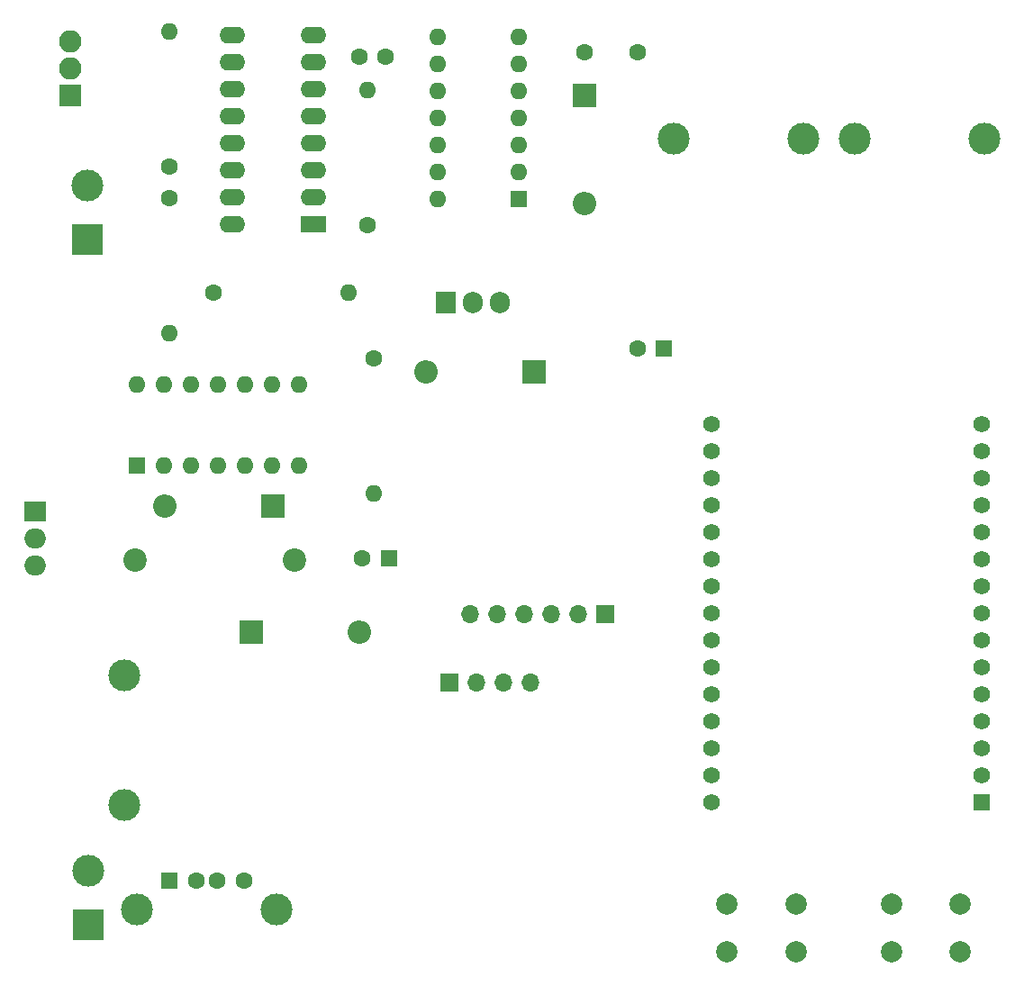
<source format=gbr>
%TF.GenerationSoftware,KiCad,Pcbnew,(5.1.10-1-10_14)*%
%TF.CreationDate,2022-02-05T17:42:02-05:00*%
%TF.ProjectId,Proyecto_ELPO_PV,50726f79-6563-4746-9f5f-454c504f5f50,rev?*%
%TF.SameCoordinates,Original*%
%TF.FileFunction,Soldermask,Top*%
%TF.FilePolarity,Negative*%
%FSLAX46Y46*%
G04 Gerber Fmt 4.6, Leading zero omitted, Abs format (unit mm)*
G04 Created by KiCad (PCBNEW (5.1.10-1-10_14)) date 2022-02-05 17:42:02*
%MOMM*%
%LPD*%
G01*
G04 APERTURE LIST*
%ADD10R,2.100000X2.100000*%
%ADD11O,2.100000X2.100000*%
%ADD12C,3.000000*%
%ADD13R,3.000000X3.000000*%
%ADD14O,1.600000X1.600000*%
%ADD15R,1.600000X1.600000*%
%ADD16C,1.560000*%
%ADD17R,1.560000X1.560000*%
%ADD18R,1.700000X1.700000*%
%ADD19O,1.700000X1.700000*%
%ADD20C,2.000000*%
%ADD21R,1.600000X1.500000*%
%ADD22C,1.600000*%
%ADD23R,2.200000X2.200000*%
%ADD24O,2.200000X2.200000*%
%ADD25O,2.000000X1.905000*%
%ADD26R,2.000000X1.905000*%
%ADD27C,2.200000*%
%ADD28R,1.905000X2.000000*%
%ADD29O,1.905000X2.000000*%
%ADD30R,2.400000X1.600000*%
%ADD31O,2.400000X1.600000*%
G04 APERTURE END LIST*
D10*
%TO.C,ON/OFF*%
X47447200Y-40728900D03*
D11*
X47447200Y-38188900D03*
X47447200Y-35648900D03*
%TD*%
D12*
%TO.C,OUTPUT*%
X49174400Y-113588800D03*
D13*
X49174400Y-118668800D03*
%TD*%
%TO.C,INPUT*%
X49034700Y-54241700D03*
D12*
X49034700Y-49161700D03*
%TD*%
D14*
%TO.C,U1*%
X82016600Y-50482500D03*
X89636600Y-35242500D03*
X82016600Y-47942500D03*
X89636600Y-37782500D03*
X82016600Y-45402500D03*
X89636600Y-40322500D03*
X82016600Y-42862500D03*
X89636600Y-42862500D03*
X82016600Y-40322500D03*
X89636600Y-45402500D03*
X82016600Y-37782500D03*
X89636600Y-47942500D03*
X82016600Y-35242500D03*
D15*
X89636600Y-50482500D03*
%TD*%
D16*
%TO.C,U4*%
X107772200Y-71576000D03*
X107772200Y-74116000D03*
X107772200Y-76656000D03*
X107772200Y-79196000D03*
X107772200Y-81736000D03*
X107772200Y-84276000D03*
X107772200Y-86816000D03*
X107772200Y-89356000D03*
X107772200Y-91896000D03*
X107772200Y-94436000D03*
X107772200Y-96976000D03*
X107772200Y-99516000D03*
X107772200Y-102056000D03*
X107772200Y-104596000D03*
X107772200Y-107136000D03*
X133172200Y-71576000D03*
X133172200Y-74116000D03*
X133172200Y-76656000D03*
X133172200Y-79196000D03*
X133172200Y-81736000D03*
X133172200Y-84276000D03*
X133172200Y-86816000D03*
X133172200Y-89356000D03*
X133172200Y-91896000D03*
X133172200Y-94436000D03*
X133172200Y-96976000D03*
X133172200Y-99516000D03*
X133172200Y-102056000D03*
X133172200Y-104596000D03*
D17*
X133172200Y-107136000D03*
%TD*%
D18*
%TO.C,oled1*%
X83134200Y-95910400D03*
D19*
X85674200Y-95910400D03*
X88214200Y-95910400D03*
X90754200Y-95910400D03*
%TD*%
D18*
%TO.C,sen1*%
X97726500Y-89496900D03*
D19*
X95186500Y-89496900D03*
X92646500Y-89496900D03*
X90106500Y-89496900D03*
X87566500Y-89496900D03*
X85026500Y-89496900D03*
%TD*%
D20*
%TO.C,down*%
X124637800Y-121238400D03*
X124637800Y-116738400D03*
X131137800Y-121238400D03*
X131137800Y-116738400D03*
%TD*%
%TO.C,up*%
X115656500Y-116738400D03*
X115656500Y-121238400D03*
X109156500Y-116738400D03*
X109156500Y-121238400D03*
%TD*%
D12*
%TO.C,OUT2*%
X53724400Y-117276700D03*
X66864400Y-117276700D03*
D21*
X56794400Y-114566700D03*
D22*
X59294400Y-114566700D03*
X61294400Y-114566700D03*
X63794400Y-114566700D03*
%TD*%
D15*
%TO.C,C2*%
X77393800Y-84213700D03*
D22*
X74893800Y-84213700D03*
%TD*%
D23*
%TO.C,D2*%
X64503300Y-91160600D03*
D24*
X74663300Y-91160600D03*
%TD*%
D12*
%TO.C,L2*%
X52539900Y-107450000D03*
X52539900Y-95250000D03*
%TD*%
D25*
%TO.C,Q2*%
X44145200Y-84886800D03*
X44145200Y-82346800D03*
D26*
X44145200Y-79806800D03*
%TD*%
D22*
%TO.C,R1*%
X75971400Y-65468500D03*
D14*
X75971400Y-78168500D03*
%TD*%
D15*
%TO.C,U2*%
X53708300Y-75488800D03*
D14*
X68948300Y-67868800D03*
X56248300Y-75488800D03*
X66408300Y-67868800D03*
X58788300Y-75488800D03*
X63868300Y-67868800D03*
X61328300Y-75488800D03*
X61328300Y-67868800D03*
X63868300Y-75488800D03*
X58788300Y-67868800D03*
X66408300Y-75488800D03*
X56248300Y-67868800D03*
X68948300Y-75488800D03*
X53708300Y-67868800D03*
%TD*%
D24*
%TO.C,DB2*%
X56349900Y-79311500D03*
D23*
X66509900Y-79311500D03*
%TD*%
D27*
%TO.C,CB2*%
X68567300Y-84442300D03*
X53567300Y-84442300D03*
%TD*%
D22*
%TO.C,Rd2*%
X60934600Y-59258200D03*
D14*
X73634600Y-59258200D03*
%TD*%
D28*
%TO.C,Q1*%
X82740500Y-60223400D03*
D29*
X85280500Y-60223400D03*
X87820500Y-60223400D03*
%TD*%
D24*
%TO.C,DB1*%
X95834200Y-50838100D03*
D23*
X95834200Y-40678100D03*
%TD*%
D22*
%TO.C,CB1*%
X95796100Y-36639500D03*
X100796100Y-36639500D03*
%TD*%
D24*
%TO.C,D1*%
X80899000Y-66738500D03*
D23*
X91059000Y-66738500D03*
%TD*%
D12*
%TO.C,L11*%
X104152700Y-44805600D03*
X116352700Y-44805600D03*
%TD*%
%TO.C,L12*%
X133370700Y-44818300D03*
X121170700Y-44818300D03*
%TD*%
D14*
%TO.C,R2*%
X56781700Y-34696400D03*
D22*
X56781700Y-47396400D03*
%TD*%
D30*
%TO.C,U3*%
X70307200Y-52793900D03*
D31*
X62687200Y-35013900D03*
X70307200Y-50253900D03*
X62687200Y-37553900D03*
X70307200Y-47713900D03*
X62687200Y-40093900D03*
X70307200Y-45173900D03*
X62687200Y-42633900D03*
X70307200Y-42633900D03*
X62687200Y-45173900D03*
X70307200Y-40093900D03*
X62687200Y-47713900D03*
X70307200Y-37553900D03*
X62687200Y-50253900D03*
X70307200Y-35013900D03*
X62687200Y-52793900D03*
%TD*%
D15*
%TO.C,C1*%
X103276400Y-64516000D03*
D22*
X100776400Y-64516000D03*
%TD*%
%TO.C,CT1*%
X77114400Y-37071300D03*
X74614400Y-37071300D03*
%TD*%
%TO.C,Rd1*%
X56781700Y-50406300D03*
D14*
X56781700Y-63106300D03*
%TD*%
%TO.C,RT1*%
X75399900Y-40195500D03*
D22*
X75399900Y-52895500D03*
%TD*%
M02*

</source>
